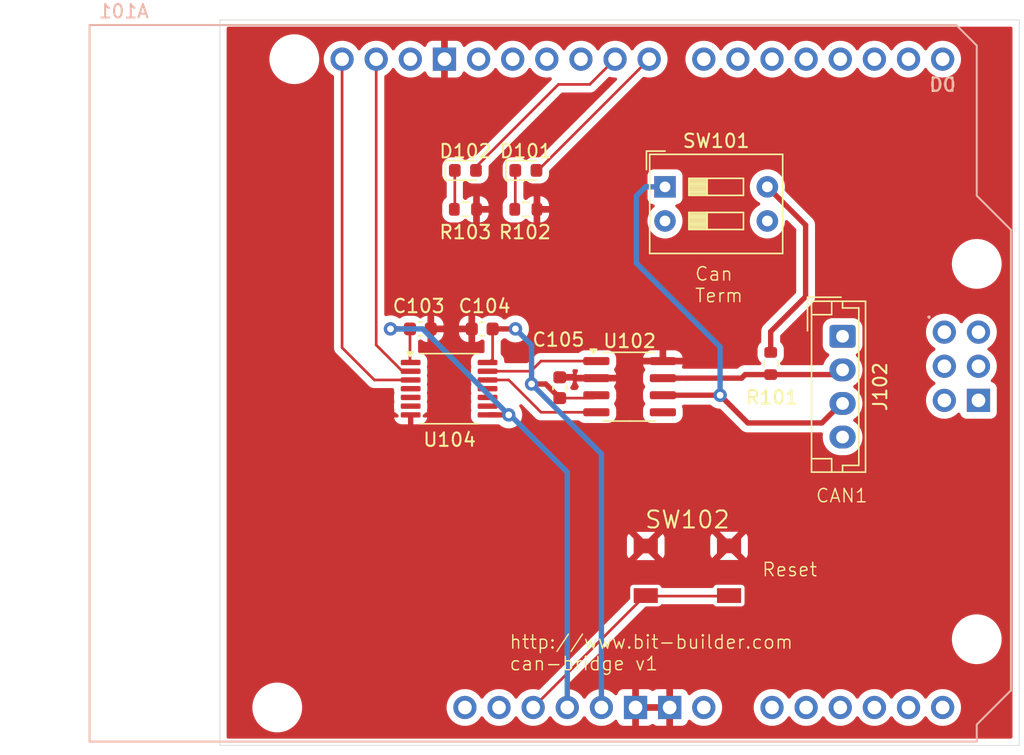
<source format=kicad_pcb>
(kicad_pcb (version 20240108) (generator "pcbnew") (generator_version "8.0")
  (layers (0 "F.Cu" signal) (31 "B.Cu" signal) (34 "B.Paste" user) (35 "F.Paste" user) (37 "F.SilkS" user "F.Silkscreen") (38 "B.Mask" user) (39 "F.Mask" user) (44 "Edge.Cuts" user))
  (net 0 "")
  (net 15 "Net-(D102-A)")
  (net 26 "Net-(D101-A)")
  (net 31 "CANL1")
  (net 35 "CANH1")
  (net 36 "GND")
  (net 37 "CANRX")
  (net 38 "CANTX")
  (net 39 "+5V")
  (net 40 "+3V3")
  (net 41 "Net-(U102-TXD)")
  (net 42 "Net-(U102-RXD)")
  (net 50 "CAN_RST-3.3")
  (net 51 "Net-(R101-Pad1)")
  (net 52 "Net-(D101-K)")
  (net 53 "Net-(D102-K)")
  (footprint "LED_SMD:LED_0603_1608Metric" (layer "F.Cu") (at 139.775 84.7)
    (property "Reference" "D102" (at 0 -1.43 0) (layer "F.SilkS"))
    (property "Value" "LED")
    (fp_line (start -1.485 -0.735) (end -1.485 0.735) (stroke (width 0.12)) (layer "F.SilkS"))
    (fp_line (start -1.485 0.735) (end 0.8 0.735) (stroke (width 0.12)) (layer "F.SilkS"))
    (fp_line (start 0.8 -0.735) (end -1.485 -0.735) (stroke (width 0.12)) (layer "F.SilkS"))
    (pad "1" smd roundrect (at -0.7875 0) (size 0.875 0.95) (layers "F.Cu" "F.Paste" "F.Mask") (net 53 "Net-(D102-K)"))
    (pad "2" smd roundrect (at 0.7875 0) (size 0.875 0.95) (layers "F.Cu" "F.Paste" "F.Mask") (net 15 "Net-(D102-A)"))
  )
  (footprint "Button_Switch_THT:SW_DIP_SPSTx02_Slide_9.78x7.26mm_W7.62mm_P2.54mm" (layer "F.Cu") (at 154.6325 85.925)
    (property "Reference" "SW101" (at 3.81 -3.42 0) (layer "F.SilkS"))
    (property "Value" "78RB02ST")
    (fp_line (start -1.38 -2.66) (end -1.38 -1.277) (stroke (width 0.12)) (layer "F.SilkS"))
    (fp_line (start -1.38 -2.66) (end 0.004 -2.66) (stroke (width 0.12)) (layer "F.SilkS"))
    (fp_line (start -1.14 -2.42) (end -1.14 4.96) (stroke (width 0.12)) (layer "F.SilkS"))
    (fp_line (start -1.14 -2.42) (end 8.76 -2.42) (stroke (width 0.12)) (layer "F.SilkS"))
    (fp_line (start -1.14 4.96) (end 8.76 4.96) (stroke (width 0.12)) (layer "F.SilkS"))
    (fp_line (start 1.78 -0.635) (end 1.78 0.635) (stroke (width 0.12)) (layer "F.SilkS"))
    (fp_line (start 1.78 -0.515) (end 3.133333 -0.515) (stroke (width 0.12)) (layer "F.SilkS"))
    (fp_line (start 1.78 -0.395) (end 3.133333 -0.395) (stroke (width 0.12)) (layer "F.SilkS"))
    (fp_line (start 1.78 -0.275) (end 3.133333 -0.275) (stroke (width 0.12)) (layer "F.SilkS"))
    (fp_line (start 1.78 -0.155) (end 3.133333 -0.155) (stroke (width 0.12)) (layer "F.SilkS"))
    (fp_line (start 1.78 -0.035) (end 3.133333 -0.035) (stroke (width 0.12)) (layer "F.SilkS"))
    (fp_line (start 1.78 0.085) (end 3.133333 0.085) (stroke (width 0.12)) (layer "F.SilkS"))
    (fp_line (start 1.78 0.205) (end 3.133333 0.205) (stroke (width 0.12)) (layer "F.SilkS"))
    (fp_line (start 1.78 0.325) (end 3.133333 0.325) (stroke (width 0.12)) (layer "F.SilkS"))
    (fp_line (start 1.78 0.445) (end 3.133333 0.445) (stroke (width 0.12)) (layer "F.SilkS"))
    (fp_line (start 1.78 0.565) (end 3.133333 0.565) (stroke (width 0.12)) (layer "F.SilkS"))
    (fp_line (start 1.78 0.635) (end 5.84 0.635) (stroke (width 0.12)) (layer "F.SilkS"))
    (fp_line (start 1.78 1.905) (end 1.78 3.175) (stroke (width 0.12)) (layer "F.SilkS"))
    (fp_line (start 1.78 2.025) (end 3.133333 2.025) (stroke (width 0.12)) (layer "F.SilkS"))
    (fp_line (start 1.78 2.145) (end 3.133333 2.145) (stroke (width 0.12)) (layer "F.SilkS"))
    (fp_line (start 1.78 2.265) (end 3.133333 2.265) (stroke (width 0.12)) (layer "F.SilkS"))
    (fp_line (start 1.78 2.385) (end 3.133333 2.385) (stroke (width 0.12)) (layer "F.SilkS"))
    (fp_line (start 1.78 2.505) (end 3.133333 2.505) (stroke (width 0.12)) (layer "F.SilkS"))
    (fp_line (start 1.78 2.625) (end 3.133333 2.625) (stroke (width 0.12)) (layer "F.SilkS"))
    (fp_line (start 1.78 2.745) (end 3.133333 2.745) (stroke (width 0.12)) (layer "F.SilkS"))
    (fp_line (start 1.78 2.865) (end 3.133333 2.865) (stroke (width 0.12)) (layer "F.SilkS"))
    (fp_line (start 1.78 2.985) (end 3.133333 2.985) (stroke (width 0.12)) (layer "F.SilkS"))
    (fp_line (start 1.78 3.105) (end 3.133333 3.105) (stroke (width 0.12)) (layer "F.SilkS"))
    (fp_line (start 1.78 3.175) (end 5.84 3.175) (stroke (width 0.12)) (layer "F.SilkS"))
    (fp_line (start 3.133333 -0.635) (end 3.133333 0.635) (stroke (width 0.12)) (layer "F.SilkS"))
    (fp_line (start 3.133333 1.905) (end 3.133333 3.175) (stroke (width 0.12)) (layer "F.SilkS"))
    (fp_line (start 5.84 -0.635) (end 1.78 -0.635) (stroke (width 0.12)) (layer "F.SilkS"))
    (fp_line (start 5.84 0.635) (end 5.84 -0.635) (stroke (width 0.12)) (layer "F.SilkS"))
    (fp_line (start 5.84 1.905) (end 1.78 1.905) (stroke (width 0.12)) (layer "F.SilkS"))
    (fp_line (start 5.84 3.175) (end 5.84 1.905) (stroke (width 0.12)) (layer "F.SilkS"))
    (fp_line (start 8.76 -2.42) (end 8.76 4.96) (stroke (width 0.12)) (layer "F.SilkS"))
    (pad "1" thru_hole rect (at 0 0) (size 1.6 1.6) (drill 0.8) (layers "*.Cu" "*.Mask") (net 31 "CANL1"))
    (pad "2" thru_hole oval (at 0 2.54) (size 1.6 1.6) (drill 0.8) (layers "*.Cu" "*.Mask"))
    (pad "3" thru_hole oval (at 7.62 2.54) (size 1.6 1.6) (drill 0.8) (layers "*.Cu" "*.Mask"))
    (pad "4" thru_hole oval (at 7.62 0) (size 1.6 1.6) (drill 0.8) (layers "*.Cu" "*.Mask") (net 51 "Net-(R101-Pad1)"))
  )
  (footprint "LED_SMD:LED_0603_1608Metric" (layer "F.Cu") (at 144.275 84.7)
    (property "Reference" "D101" (at 0 -1.43 0) (layer "F.SilkS"))
    (property "Value" "LED")
    (fp_line (start -1.485 -0.735) (end -1.485 0.735) (stroke (width 0.12)) (layer "F.SilkS"))
    (fp_line (start -1.485 0.735) (end 0.8 0.735) (stroke (width 0.12)) (layer "F.SilkS"))
    (fp_line (start 0.8 -0.735) (end -1.485 -0.735) (stroke (width 0.12)) (layer "F.SilkS"))
    (pad "1" smd roundrect (at -0.7875 0) (size 0.875 0.95) (layers "F.Cu" "F.Paste" "F.Mask") (net 52 "Net-(D101-K)"))
    (pad "2" smd roundrect (at 0.7875 0) (size 0.875 0.95) (layers "F.Cu" "F.Paste" "F.Mask") (net 26 "Net-(D101-A)"))
  )
  (footprint "Capacitor_SMD:C_0603_1608Metric" (layer "F.Cu") (at 141.025 96.5 180)
    (property "Reference" "C104" (at -0.175 1.7 180) (layer "F.SilkS"))
    (property "Value" "0.01nF")
    (fp_line (start -0.14058 0.51) (end 0.14058 0.51) (stroke (width 0.12)) (layer "F.SilkS"))
    (fp_line (start -0.14058 -0.51) (end 0.14058 -0.51) (stroke (width 0.12)) (layer "F.SilkS"))
    (pad "1" smd roundrect (at -0.775 0 180) (size 0.9 0.95) (layers "F.Cu" "F.Paste" "F.Mask") (net 39 "+5V"))
    (pad "2" smd roundrect (at 0.775 0 180) (size 0.9 0.95) (layers "F.Cu" "F.Paste" "F.Mask") (net 36 "GND"))
  )
  (footprint "Resistor_SMD:R_0603_1608Metric" (layer "F.Cu") (at 162.5 99.075 -90)
    (property "Reference" "R101" (at 2.525 -0.1 180) (layer "F.SilkS"))
    (property "Value" "120")
    (fp_line (start -0.237258 0.5225) (end 0.237258 0.5225) (stroke (width 0.12)) (layer "F.SilkS"))
    (fp_line (start -0.237258 -0.5225) (end 0.237258 -0.5225) (stroke (width 0.12)) (layer "F.SilkS"))
    (pad "1" smd roundrect (at -0.825 0 270) (size 0.8 0.95) (layers "F.Cu" "F.Paste" "F.Mask") (net 51 "Net-(R101-Pad1)"))
    (pad "2" smd roundrect (at 0.825 0 270) (size 0.8 0.95) (layers "F.Cu" "F.Paste" "F.Mask") (net 35 "CANH1"))
  )
  (footprint "Capacitor_SMD:C_0603_1608Metric" (layer "F.Cu") (at 136.425 96.5)
    (property "Reference" "C103" (at -0.125 -1.7 0) (layer "F.SilkS"))
    (property "Value" "0.01nF")
    (fp_line (start -0.14058 -0.51) (end 0.14058 -0.51) (stroke (width 0.12)) (layer "F.SilkS"))
    (fp_line (start -0.14058 0.51) (end 0.14058 0.51) (stroke (width 0.12)) (layer "F.SilkS"))
    (pad "1" smd roundrect (at -0.775 0) (size 0.9 0.95) (layers "F.Cu" "F.Paste" "F.Mask") (net 40 "+3V3"))
    (pad "2" smd roundrect (at 0.775 0) (size 0.9 0.95) (layers "F.Cu" "F.Paste" "F.Mask") (net 36 "GND"))
  )
  (footprint "Capacitor_SMD:C_0603_1608Metric" (layer "F.Cu") (at 146.8 100.875 90)
    (property "Reference" "C105" (at 3.575 -0.1 0) (layer "F.SilkS"))
    (property "Value" "0.01nF")
    (fp_line (start -0.14058 -0.51) (end 0.14058 -0.51) (stroke (width 0.12)) (layer "F.SilkS"))
    (fp_line (start -0.14058 0.51) (end 0.14058 0.51) (stroke (width 0.12)) (layer "F.SilkS"))
    (pad "1" smd roundrect (at -0.775 0 90) (size 0.9 0.95) (layers "F.Cu" "F.Paste" "F.Mask") (net 39 "+5V"))
    (pad "2" smd roundrect (at 0.775 0 90) (size 0.9 0.95) (layers "F.Cu" "F.Paste" "F.Mask") (net 36 "GND"))
  )
  (footprint "Connector_JST:JST_EH_B4B-EH-A_1x04_P2.50mm_Vertical" (layer "F.Cu") (at 167.85 97.05 -90)
    (property "Reference" "J102" (at 3.75 -2.8 90) (layer "F.SilkS"))
    (property "Value" "CAN1")
    (fp_line (start -2.91 2.61) (end -0.41 2.61) (stroke (width 0.12)) (layer "F.SilkS"))
    (fp_line (start -2.61 2.31) (end 10.11 2.31) (stroke (width 0.12)) (layer "F.SilkS"))
    (fp_line (start 10.11 2.31) (end 10.11 -1.71) (stroke (width 0.12)) (layer "F.SilkS"))
    (fp_line (start -2.61 0.81) (end -1.61 0.81) (stroke (width 0.12)) (layer "F.SilkS"))
    (fp_line (start -1.61 0.81) (end -1.61 2.31) (stroke (width 0.12)) (layer "F.SilkS"))
    (fp_line (start 9.11 0.81) (end 9.11 2.31) (stroke (width 0.12)) (layer "F.SilkS"))
    (fp_line (start 10.11 0.81) (end 9.11 0.81) (stroke (width 0.12)) (layer "F.SilkS"))
    (fp_line (start -2.91 0.11) (end -2.91 2.61) (stroke (width 0.12)) (layer "F.SilkS"))
    (fp_line (start -2.61 0) (end -2.11 0) (stroke (width 0.12)) (layer "F.SilkS"))
    (fp_line (start -2.11 0) (end -2.11 -1.21) (stroke (width 0.12)) (layer "F.SilkS"))
    (fp_line (start 9.61 0) (end 10.11 0) (stroke (width 0.12)) (layer "F.SilkS"))
    (fp_line (start -2.11 -1.21) (end 9.61 -1.21) (stroke (width 0.12)) (layer "F.SilkS"))
    (fp_line (start 9.61 -1.21) (end 9.61 0) (stroke (width 0.12)) (layer "F.SilkS"))
    (fp_line (start -2.61 -1.71) (end -2.61 2.31) (stroke (width 0.12)) (layer "F.SilkS"))
    (fp_line (start 10.11 -1.71) (end -2.61 -1.71) (stroke (width 0.12)) (layer "F.SilkS"))
    (pad "1" thru_hole roundrect (at 0 0 270) (size 1.7 1.95) (drill 0.95) (layers "*.Cu" "*.Mask") (roundrect_rratio 0.147059))
    (pad "2" thru_hole oval (at 2.5 0 270) (size 1.7 1.95) (drill 0.95) (layers "*.Cu" "*.Mask") (net 35 "CANH1"))
    (pad "3" thru_hole oval (at 5 0 270) (size 1.7 1.95) (drill 0.95) (layers "*.Cu" "*.Mask") (net 31 "CANL1"))
    (pad "4" thru_hole oval (at 7.5 0 270) (size 1.7 1.95) (drill 0.95) (layers "*.Cu" "*.Mask"))
  )
  (footprint "PCM_arduino-library:Arduino_Uno_R3_Shield" (layer "F.Cu") (at 111.8 127.22)
    (property "Reference" "A101" (at 2.54 -54.356 0) (layer "B.SilkS") (effects (justify mirror)))
    (property "Value" "Arduino_Uno_R3_Shield")
    (fp_line (start 0 -53.34) (end 0 0) (stroke (width 0.15)) (layer "B.SilkS"))
    (fp_line (start 0 -53.34) (end 64.516 -53.34) (stroke (width 0.15)) (layer "B.SilkS"))
    (fp_line (start 0 0) (end 66.04 0) (stroke (width 0.15)) (layer "B.SilkS"))
    (fp_line (start 64.516 -53.34) (end 66.04 -51.816) (stroke (width 0.15)) (layer "B.SilkS"))
    (fp_line (start 66.04 -40.64) (end 66.04 -51.816) (stroke (width 0.15)) (layer "B.SilkS"))
    (fp_line (start 66.04 -1.27) (end 68.58 -3.81) (stroke (width 0.15)) (layer "B.SilkS"))
    (fp_line (start 66.04 0) (end 66.04 -1.27) (stroke (width 0.15)) (layer "B.SilkS"))
    (fp_line (start 68.58 -38.1) (end 66.04 -40.64) (stroke (width 0.15)) (layer "B.SilkS"))
    (fp_line (start 68.58 -3.81) (end 68.58 -38.1) (stroke (width 0.15)) (layer "B.SilkS"))
    (fp_text user "." (at 62.484 -32.004 0) (layer "B.SilkS"))
    (fp_text user "D0" (at 63.5 -48.895 0) (layer "B.SilkS") (effects (justify mirror)))
    (fp_text user "D0" (at 63.5 -48.895 0) (layer "F.SilkS"))
    (fp_text user "." (at 62.484 -32.004 0) (layer "F.SilkS"))
    (pad "" np_thru_hole circle (at 13.97 -2.54) (size 3.2 3.2) (drill 3.2) (layers "*.Cu" "*.Mask"))
    (pad "" np_thru_hole circle (at 15.24 -50.8) (size 3.2 3.2) (drill 3.2) (layers "*.Cu" "*.Mask"))
    (pad "" thru_hole oval (at 27.94 -2.54) (size 1.7272 1.7272) (drill 1.016) (layers "*.Cu" "*.Mask"))
    (pad "" np_thru_hole circle (at 66.04 -35.56) (size 3.2 3.2) (drill 3.2) (layers "*.Cu" "*.Mask"))
    (pad "" np_thru_hole circle (at 66.04 -7.62) (size 3.2 3.2) (drill 3.2) (layers "*.Cu" "*.Mask"))
    (pad "3V3" thru_hole oval (at 35.56 -2.54) (size 1.7272 1.7272) (drill 1.016) (layers "*.Cu" "*.Mask") (net 40 "+3V3"))
    (pad "5V1" thru_hole oval (at 38.1 -2.54) (size 1.7272 1.7272) (drill 1.016) (layers "*.Cu" "*.Mask") (net 39 "+5V"))
    (pad "5V2" thru_hole oval (at 66.167 -30.48) (size 1.7272 1.7272) (drill 1.016) (layers "*.Cu" "*.Mask"))
    (pad "A0" thru_hole oval (at 50.8 -2.54) (size 1.7272 1.7272) (drill 1.016) (layers "*.Cu" "*.Mask"))
    (pad "A1" thru_hole oval (at 53.34 -2.54) (size 1.7272 1.7272) (drill 1.016) (layers "*.Cu" "*.Mask"))
    (pad "A2" thru_hole oval (at 55.88 -2.54) (size 1.7272 1.7272) (drill 1.016) (layers "*.Cu" "*.Mask"))
    (pad "A3" thru_hole oval (at 58.42 -2.54) (size 1.7272 1.7272) (drill 1.016) (layers "*.Cu" "*.Mask"))
    (pad "A4" thru_hole oval (at 60.96 -2.54) (size 1.7272 1.7272) (drill 1.016) (layers "*.Cu" "*.Mask"))
    (pad "A5" thru_hole oval (at 63.5 -2.54) (size 1.7272 1.7272) (drill 1.016) (layers "*.Cu" "*.Mask"))
    (pad "AREF" thru_hole oval (at 23.876 -50.8) (size 1.7272 1.7272) (drill 1.016) (layers "*.Cu" "*.Mask"))
    (pad "D0" thru_hole oval (at 63.5 -50.8) (size 1.7272 1.7272) (drill 1.016) (layers "*.Cu" "*.Mask"))
    (pad "D1" thru_hole oval (at 60.96 -50.8) (size 1.7272 1.7272) (drill 1.016) (layers "*.Cu" "*.Mask"))
    (pad "D2" thru_hole oval (at 58.42 -50.8) (size 1.7272 1.7272) (drill 1.016) (layers "*.Cu" "*.Mask"))
    (pad "D3" thru_hole oval (at 55.88 -50.8) (size 1.7272 1.7272) (drill 1.016) (layers "*.Cu" "*.Mask"))
    (pad "D4" thru_hole oval (at 53.34 -50.8) (size 1.7272 1.7272) (drill 1.016) (layers "*.Cu" "*.Mask"))
    (pad "D5" thru_hole oval (at 50.8 -50.8) (size 1.7272 1.7272) (drill 1.016) (layers "*.Cu" "*.Mask"))
    (pad "D6" thru_hole oval (at 48.26 -50.8) (size 1.7272 1.7272) (drill 1.016) (layers "*.Cu" "*.Mask"))
    (pad "D7" thru_hole oval (at 45.72 -50.8) (size 1.7272 1.7272) (drill 1.016) (layers "*.Cu" "*.Mask"))
    (pad "D8" thru_hole oval (at 41.656 -50.8) (size 1.7272 1.7272) (drill 1.016) (layers "*.Cu" "*.Mask") (net 26 "Net-(D101-A)"))
    (pad "D9" thru_hole oval (at 39.116 -50.8) (size 1.7272 1.7272) (drill 1.016) (layers "*.Cu" "*.Mask") (net 15 "Net-(D102-A)"))
    (pad "D10" thru_hole oval (at 36.576 -50.8) (size 1.7272 1.7272) (drill 1.016) (layers "*.Cu" "*.Mask"))
    (pad "D11" thru_hole oval (at 34.036 -50.8) (size 1.7272 1.7272) (drill 1.016) (layers "*.Cu" "*.Mask"))
    (pad "D12" thru_hole oval (at 31.496 -50.8) (size 1.7272 1.7272) (drill 1.016) (layers "*.Cu" "*.Mask"))
    (pad "D13" thru_hole oval (at 28.956 -50.8) (size 1.7272 1.7272) (drill 1.016) (layers "*.Cu" "*.Mask"))
    (pad "GND1" thru_hole rect (at 26.416 -50.8) (size 1.7272 1.7272) (drill 1.016) (layers "*.Cu" "*.Mask") (net 36 "GND"))
    (pad "GND2" thru_hole rect (at 40.64 -2.54) (size 1.7272 1.7272) (drill 1.016) (layers "*.Cu" "*.Mask") (net 36 "GND"))
    (pad "GND3" thru_hole rect (at 43.18 -2.54) (size 1.7272 1.7272) (drill 1.016) (layers "*.Cu" "*.Mask") (net 36 "GND"))
    (pad "GND4" thru_hole rect (at 66.167 -25.4) (size 1.7272 1.7272) (drill 1.016) (layers "*.Cu" "*.Mask"))
    (pad "IORF" thru_hole oval (at 30.48 -2.54) (size 1.7272 1.7272) (drill 1.016) (layers "*.Cu" "*.Mask"))
    (pad "MISO" thru_hole oval (at 63.627 -30.48) (size 1.7272 1.7272) (drill 1.016) (layers "*.Cu" "*.Mask"))
    (pad "MOSI" thru_hole oval (at 66.167 -27.94) (size 1.7272 1.7272) (drill 1.016) (layers "*.Cu" "*.Mask"))
    (pad "RST1" thru_hole oval (at 33.02 -2.54) (size 1.7272 1.7272) (drill 1.016) (layers "*.Cu" "*.Mask") (net 50 "CAN_RST-3.3"))
    (pad "RST2" thru_hole oval (at 63.627 -25.4) (size 1.7272 1.7272) (drill 1.016) (layers "*.Cu" "*.Mask"))
    (pad "SCK" thru_hole oval (at 63.627 -27.94) (size 1.7272 1.7272) (drill 1.016) (layers "*.Cu" "*.Mask"))
    (pad "SCL" thru_hole oval (at 18.796 -50.8) (size 1.7272 1.7272) (drill 1.016) (layers "*.Cu" "*.Mask") (net 37 "CANRX"))
    (pad "SDA" thru_hole oval (at 21.336 -50.8) (size 1.7272 1.7272) (drill 1.016) (layers "*.Cu" "*.Mask") (net 38 "CANTX"))
    (pad "VIN" thru_hole oval (at 45.72 -2.54) (size 1.7272 1.7272) (drill 1.016) (layers "*.Cu" "*.Mask"))
  )
  (footprint "Package_SO:SOIC-8_3.9x4.9mm_P1.27mm" (layer "F.Cu") (at 152 100.8)
    (property "Reference" "U102" (at 0 -3.4 0) (layer "F.SilkS"))
    (property "Value" "MCP2551-I-SN")
    (fp_line (start 0 -2.56) (end -1.95 -2.56) (stroke (width 0.12)) (layer "F.SilkS"))
    (fp_line (start 0 -2.56) (end 1.95 -2.56) (stroke (width 0.12)) (layer "F.SilkS"))
    (fp_line (start 0 2.56) (end -1.95 2.56) (stroke (width 0.12)) (layer "F.SilkS"))
    (fp_line (start 0 2.56) (end 1.95 2.56) (stroke (width 0.12)) (layer "F.SilkS"))
    (fp_poly (pts (xy -2.7 -2.465) (xy -2.94 -2.795) (xy -2.46 -2.795) (xy -2.7 -2.465)) (stroke (width 0.12)) (fill solid) (layer "F.SilkS"))
    (pad "1" smd roundrect (at -2.475 -1.905) (size 1.95 0.6) (layers "F.Cu" "F.Paste" "F.Mask") (net 41 "Net-(U102-TXD)"))
    (pad "2" smd roundrect (at -2.475 -0.635) (size 1.95 0.6) (layers "F.Cu" "F.Paste" "F.Mask") (net 36 "GND"))
    (pad "3" smd roundrect (at -2.475 0.635) (size 1.95 0.6) (layers "F.Cu" "F.Paste" "F.Mask") (net 39 "+5V"))
    (pad "4" smd roundrect (at -2.475 1.905) (size 1.95 0.6) (layers "F.Cu" "F.Paste" "F.Mask") (net 42 "Net-(U102-RXD)"))
    (pad "5" smd roundrect (at 2.475 1.905) (size 1.95 0.6) (layers "F.Cu" "F.Paste" "F.Mask"))
    (pad "6" smd roundrect (at 2.475 0.635) (size 1.95 0.6) (layers "F.Cu" "F.Paste" "F.Mask") (net 31 "CANL1"))
    (pad "7" smd roundrect (at 2.475 -0.635) (size 1.95 0.6) (layers "F.Cu" "F.Paste" "F.Mask") (net 35 "CANH1"))
    (pad "8" smd roundrect (at 2.475 -1.905) (size 1.95 0.6) (layers "F.Cu" "F.Paste" "F.Mask") (net 36 "GND"))
  )
  (footprint "My Custom Footprints:OnShine KPT-1187B" (layer "F.Cu") (at 156.580035 114.639827)
    (property "Reference" "SW102" (at -0.280035 -3.939827 0) (layer "F.SilkS") (effects (font (size 1.27 1.27))))
    (property "Value" "Reset")
    (pad "1" smd rect (at -3.379978 -1.979676) (size 1.800098 1.100074) (layers "F.Cu" "F.Paste" "F.Mask") (net 36 "GND") (clearance 0.254))
    (pad "2" smd rect (at -3.379978 1.710182) (size 1.800098 1.100074) (layers "F.Cu" "F.Paste" "F.Mask") (net 50 "CAN_RST-3.3") (clearance 0.254))
    (pad "3" smd rect (at 2.819908 -1.989836) (size 1.800098 1.100074) (layers "F.Cu" "F.Paste" "F.Mask") (net 36 "GND") (clearance 0.254))
    (pad "4" smd rect (at 2.819908 1.710182) (size 1.800098 1.100074) (layers "F.Cu" "F.Paste" "F.Mask") (net 50 "CAN_RST-3.3") (clearance 0.254))
  )
  (footprint "Package_SO:TSSOP-14_4.4x5mm_P0.65mm" (layer "F.Cu") (at 138.5625 100.95)
    (property "Reference" "U104" (at 0.0375 3.8 0) (layer "F.SilkS"))
    (property "Value" "TXB0104PW")
    (fp_line (start 0 -2.61) (end -2.2 -2.61) (stroke (width 0.12)) (layer "F.SilkS"))
    (fp_line (start 0 -2.61) (end 2.2 -2.61) (stroke (width 0.12)) (layer "F.SilkS"))
    (fp_line (start 0 2.61) (end -2.2 2.61) (stroke (width 0.12)) (layer "F.SilkS"))
    (fp_line (start 0 2.61) (end 2.2 2.61) (stroke (width 0.12)) (layer "F.SilkS"))
    (fp_poly (pts (xy -2.9 -2.41) (xy -3.14 -2.74) (xy -2.66 -2.74) (xy -2.9 -2.41)) (stroke (width 0.12)) (fill solid) (layer "F.SilkS"))
    (pad "1" smd roundrect (at -2.8625 -1.95) (size 1.475 0.4) (layers "F.Cu" "F.Paste" "F.Mask") (net 40 "+3V3"))
    (pad "2" smd roundrect (at -2.8625 -1.3) (size 1.475 0.4) (layers "F.Cu" "F.Paste" "F.Mask") (net 38 "CANTX"))
    (pad "3" smd roundrect (at -2.8625 -0.65) (size 1.475 0.4) (layers "F.Cu" "F.Paste" "F.Mask") (net 37 "CANRX"))
    (pad "4" smd roundrect (at -2.8625 0) (size 1.475 0.4) (layers "F.Cu" "F.Paste" "F.Mask"))
    (pad "5" smd roundrect (at -2.8625 0.65) (size 1.475 0.4) (layers "F.Cu" "F.Paste" "F.Mask"))
    (pad "6" smd roundrect (at -2.8625 1.3) (size 1.475 0.4) (layers "F.Cu" "F.Paste" "F.Mask"))
    (pad "7" smd roundrect (at -2.8625 1.95) (size 1.475 0.4) (layers "F.Cu" "F.Paste" "F.Mask") (net 36 "GND"))
    (pad "8" smd roundrect (at 2.8625 1.95) (size 1.475 0.4) (layers "F.Cu" "F.Paste" "F.Mask") (net 40 "+3V3"))
    (pad "9" smd roundrect (at 2.8625 1.3) (size 1.475 0.4) (layers "F.Cu" "F.Paste" "F.Mask"))
    (pad "10" smd roundrect (at 2.8625 0.65) (size 1.475 0.4) (layers "F.Cu" "F.Paste" "F.Mask"))
    (pad "11" smd roundrect (at 2.8625 0) (size 1.475 0.4) (layers "F.Cu" "F.Paste" "F.Mask"))
    (pad "12" smd roundrect (at 2.8625 -0.65) (size 1.475 0.4) (layers "F.Cu" "F.Paste" "F.Mask") (net 42 "Net-(U102-RXD)"))
    (pad "13" smd roundrect (at 2.8625 -1.3) (size 1.475 0.4) (layers "F.Cu" "F.Paste" "F.Mask") (net 41 "Net-(U102-TXD)"))
    (pad "14" smd roundrect (at 2.8625 -1.95) (size 1.475 0.4) (layers "F.Cu" "F.Paste" "F.Mask") (net 39 "+5V"))
  )
  (footprint "Resistor_SMD:R_0603_1608Metric" (layer "F.Cu") (at 144.275 87.6)
    (property "Reference" "R102" (at -0.075 1.7 0) (layer "F.SilkS"))
    (property "Value" "200")
    (fp_line (start -0.237258 -0.5225) (end 0.237258 -0.5225) (stroke (width 0.12)) (layer "F.SilkS"))
    (fp_line (start -0.237258 0.5225) (end 0.237258 0.5225) (stroke (width 0.12)) (layer "F.SilkS"))
    (pad "1" smd roundrect (at -0.825 0) (size 0.8 0.95) (layers "F.Cu" "F.Paste" "F.Mask") (net 52 "Net-(D101-K)"))
    (pad "2" smd roundrect (at 0.825 0) (size 0.8 0.95) (layers "F.Cu" "F.Paste" "F.Mask") (net 36 "GND"))
  )
  (footprint "Resistor_SMD:R_0603_1608Metric" (layer "F.Cu") (at 139.775 87.6)
    (property "Reference" "R103" (at 0 1.7 0) (layer "F.SilkS"))
    (property "Value" "200")
    (fp_line (start -0.237258 -0.5225) (end 0.237258 -0.5225) (stroke (width 0.12)) (layer "F.SilkS"))
    (fp_line (start -0.237258 0.5225) (end 0.237258 0.5225) (stroke (width 0.12)) (layer "F.SilkS"))
    (pad "1" smd roundrect (at -0.825 0) (size 0.8 0.95) (layers "F.Cu" "F.Paste" "F.Mask") (net 53 "Net-(D102-K)"))
    (pad "2" smd roundrect (at 0.825 0) (size 0.8 0.95) (layers "F.Cu" "F.Paste" "F.Mask") (net 36 "GND"))
  )
  (gr_line (start 181 73.5) (end 121.5 73.5) (stroke (width 0.05)) (layer "Edge.Cuts"))
  (gr_line (start 121.5 73.5) (end 121.5 127.5) (stroke (width 0.05)) (layer "Edge.Cuts"))
  (gr_line (start 121.5 127.5) (end 181 127.5) (stroke (width 0.05)) (layer "Edge.Cuts"))
  (gr_line (start 181 127.5) (end 181 73.5) (stroke (width 0.05)) (layer "Edge.Cuts"))
  (gr_text "CAN1" (at 165.8 109.5 0) (layer "F.SilkS") (effects (font (size 1 1) (thickness 0.1)) (justify left bottom)))
  (gr_text "http://www.bit-builder.com\ncan-bridge v1" (at 143 122 0) (layer "F.SilkS") (effects (font (size 1 1) (thickness 0.1)) (justify left bottom)))
  (gr_text "Reset" (at 161.8 115 0) (layer "F.SilkS") (effects (font (size 1 1) (thickness 0.1)) (justify left bottom)))
  (gr_text "Can\nTerm" (at 156.8 94.6 0) (layer "F.SilkS") (effects (font (size 1 1) (thickness 0.1)) (justify left bottom)))
  (segment (start 140.5625 84.4375) (end 146.7 78.3) (width 0.2) (layer "F.Cu") (net 15))
  (segment (start 146.7 78.3) (end 149.036 78.3) (width 0.2) (layer "F.Cu") (net 15))
  (segment (start 149.036 78.3) (end 150.916 76.42) (width 0.2) (layer "F.Cu") (net 15))
  (segment (start 140.5625 84.7) (end 140.5625 84.4375) (width 0.2) (layer "F.Cu") (net 15))
  (segment (start 145.176 84.7) (end 153.456 76.42) (width 0.2) (layer "F.Cu") (net 26))
  (segment (start 145.0625 84.7) (end 145.176 84.7) (width 0.2) (layer "F.Cu") (net 26))
  (segment (start 160.8 103.5) (end 158.735 101.435) (width 0.4) (layer "F.Cu") (net 31))
  (segment (start 158.735 101.435) (end 154.475 101.435) (width 0.4) (layer "F.Cu") (net 31))
  (segment (start 166.31 103.5) (end 160.8 103.5) (width 0.4) (layer "F.Cu") (net 31))
  (segment (start 167.78 102.03) (end 166.31 103.5) (width 0.4) (layer "F.Cu") (net 31))
  (via (at 158.735 101.435) (size 1) (drill 0.5) (layers "F.Cu" "B.Cu") (net 31))
  (segment (start 153.175 85.925) (end 152.5 86.6) (width 0.4) (layer "B.Cu") (net 31))
  (segment (start 154.6325 85.925) (end 153.175 85.925) (width 0.4) (layer "B.Cu") (net 31))
  (segment (start 152.5 91.6) (end 158.735 97.835) (width 0.4) (layer "B.Cu") (net 31))
  (segment (start 152.5 86.6) (end 152.5 91.6) (width 0.4) (layer "B.Cu") (net 31))
  (segment (start 158.735 97.835) (end 158.735 101.435) (width 0.4) (layer "B.Cu") (net 31))
  (segment (start 154.475 100.165) (end 160.335 100.165) (width 0.4) (layer "F.Cu") (net 35))
  (segment (start 160.6 99.9) (end 162.5 99.9) (width 0.4) (layer "F.Cu") (net 35))
  (segment (start 167.41 99.9) (end 167.78 99.53) (width 0.4) (layer "F.Cu") (net 35))
  (segment (start 162.5 99.9) (end 167.41 99.9) (width 0.4) (layer "F.Cu") (net 35))
  (segment (start 160.335 100.165) (end 160.6 99.9) (width 0.4) (layer "F.Cu") (net 35))
  (segment (start 133 100.3) (end 130.596 97.896) (width 0.2) (layer "F.Cu") (net 37))
  (segment (start 130.596 97.896) (end 130.596 76.42) (width 0.2) (layer "F.Cu") (net 37))
  (segment (start 135.825 100.3) (end 133 100.3) (width 0.2) (layer "F.Cu") (net 37))
  (segment (start 135.087501 99.65) (end 133.136 97.698499) (width 0.2) (layer "F.Cu") (net 38))
  (segment (start 133.136 97.698499) (end 133.136 76.42) (width 0.2) (layer "F.Cu") (net 38))
  (segment (start 135.825 99.65) (end 135.087501 99.65) (width 0.2) (layer "F.Cu") (net 38))
  (segment (start 145.75 100.6) (end 146.8 101.65) (width 0.4) (layer "F.Cu") (net 39))
  (segment (start 141.8 96.5) (end 141.8 98.75) (width 0.2) (layer "F.Cu") (net 39))
  (segment (start 146.8 101.65) (end 149.31 101.65) (width 0.2) (layer "F.Cu") (net 39))
  (segment (start 144.7 100.6) (end 145.75 100.6) (width 0.4) (layer "F.Cu") (net 39))
  (segment (start 149.31 101.65) (end 149.525 101.435) (width 0.2) (layer "F.Cu") (net 39))
  (segment (start 143.5 96.5) (end 141.8 96.5) (width 0.4) (layer "F.Cu") (net 39))
  (segment (start 141.8 98.75) (end 141.55 99) (width 0.2) (layer "F.Cu") (net 39))
  (via (at 143.5 96.5) (size 1) (drill 0.5) (layers "F.Cu" "B.Cu") (net 39))
  (via (at 144.7 100.6) (size 1) (drill 0.5) (layers "F.Cu" "B.Cu") (net 39))
  (segment (start 144.7 97.7) (end 143.5 96.5) (width 0.4) (layer "B.Cu") (net 39))
  (segment (start 149.9 124.68) (end 149.9 105.8) (width 0.4) (layer "B.Cu") (net 39))
  (segment (start 149.9 105.8) (end 144.7 100.6) (width 0.4) (layer "B.Cu") (net 39))
  (segment (start 144.7 100.6) (end 144.7 97.7) (width 0.4) (layer "B.Cu") (net 39))
  (segment (start 134.2 96.5) (end 135.65 96.5) (width 0.4) (layer "F.Cu") (net 40))
  (segment (start 135.65 96.5) (end 135.65 98.825) (width 0.2) (layer "F.Cu") (net 40))
  (segment (start 135.65 98.825) (end 135.825 99) (width 0.2) (layer "F.Cu") (net 40))
  (segment (start 143 102.9) (end 141.55 102.9) (width 0.4) (layer "F.Cu") (net 40))
  (via (at 134.2 96.5) (size 1) (drill 0.5) (layers "F.Cu" "B.Cu") (net 40))
  (via (at 143 102.9) (size 1) (drill 0.5) (layers "F.Cu" "B.Cu") (net 40))
  (segment (start 147.36 124.68) (end 147.36 107.16) (width 0.4) (layer "B.Cu") (net 40))
  (segment (start 147.36 107.16) (end 143.1 102.9) (width 0.4) (layer "B.Cu") (net 40))
  (segment (start 136.6 96.5) (end 134.2 96.5) (width 0.4) (layer "B.Cu") (net 40))
  (segment (start 143 102.9) (end 136.6 96.5) (width 0.4) (layer "B.Cu") (net 40))
  (segment (start 143.1 102.9) (end 143 102.9) (width 0.4) (layer "B.Cu") (net 40))
  (segment (start 144.65 99.65) (end 145.405 98.895) (width 0.2) (layer "F.Cu") (net 41))
  (segment (start 141.55 99.65) (end 144.65 99.65) (width 0.2) (layer "F.Cu") (net 41))
  (segment (start 145.405 98.895) (end 149.525 98.895) (width 0.2) (layer "F.Cu") (net 41))
  (segment (start 143 100.3) (end 145.405 102.705) (width 0.2) (layer "F.Cu") (net 42))
  (segment (start 141.55 100.3) (end 143 100.3) (width 0.2) (layer "F.Cu") (net 42))
  (segment (start 145.405 102.705) (end 149.525 102.705) (width 0.2) (layer "F.Cu") (net 42))
  (segment (start 153.7 116.389858) (end 159.899886 116.389858) (width 0.2) (layer "F.Cu") (net 50))
  (segment (start 153.7 116.389858) (end 153.110142 116.389858) (width 0.2) (layer "F.Cu") (net 50))
  (segment (start 153.110142 116.389858) (end 144.82 124.68) (width 0.2) (layer "F.Cu") (net 50))
  (segment (start 162.5 98.25) (end 162.5 96.7) (width 0.4) (layer "F.Cu") (net 51))
  (segment (start 162.5 96.7) (end 165.1 94.1) (width 0.4) (layer "F.Cu") (net 51))
  (segment (start 165.1 88.7725) (end 162.2525 85.925) (width 0.4) (layer "F.Cu") (net 51))
  (segment (start 165.1 94.1) (end 165.1 88.7725) (width 0.4) (layer "F.Cu") (net 51))
  (segment (start 143.4875 87.5625) (end 143.45 87.6) (width 0.2) (layer "F.Cu") (net 52))
  (segment (start 143.4875 84.7) (end 143.4875 87.5625) (width 0.2) (layer "F.Cu") (net 52))
  (segment (start 138.9875 84.7) (end 138.9875 87.5625) (width 0.2) (layer "F.Cu") (net 53))
  (segment (start 138.9875 87.5625) (end 138.95 87.6) (width 0.2) (layer "F.Cu") (net 53))
  (zone (net 36) (net_name "GND") (layer "F.Cu") (connect_pads (clearance 0.5)) (min_thickness 0.25) (fill yes (thermal_gap 0.5) (thermal_bridge_width 0.5))
    (polygon (pts (xy 122 74) (xy 122 127) (xy 180.5 127) (xy 180.5 74)))
  )
)
</source>
